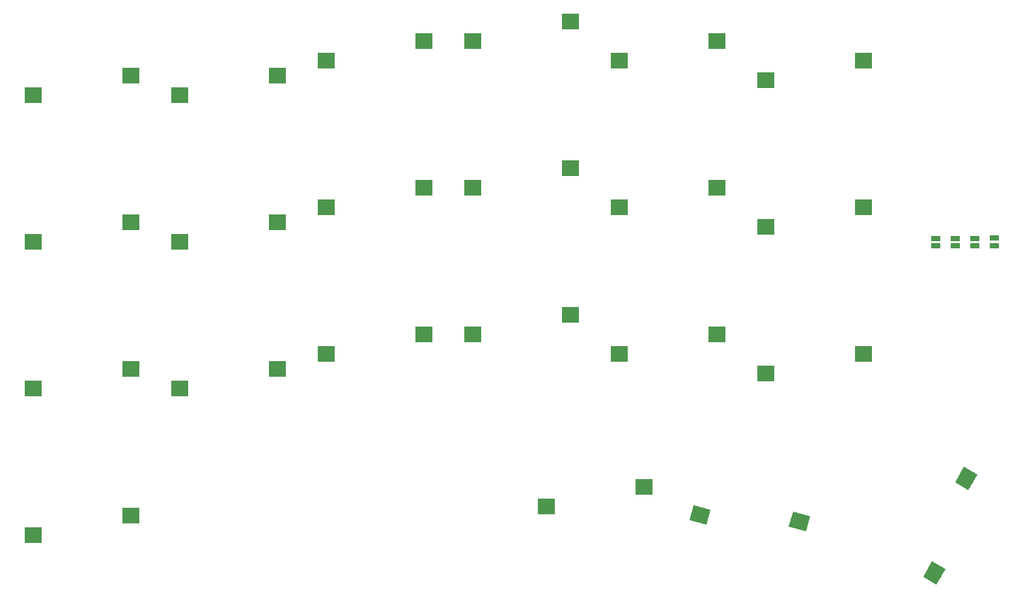
<source format=gbp>
G04 #@! TF.GenerationSoftware,KiCad,Pcbnew,(5.1.0)-1*
G04 #@! TF.CreationDate,2019-06-07T23:15:03+02:00*
G04 #@! TF.ProjectId,prkbd,70726b62-642e-46b6-9963-61645f706362,1*
G04 #@! TF.SameCoordinates,Original*
G04 #@! TF.FileFunction,Paste,Bot*
G04 #@! TF.FilePolarity,Positive*
%FSLAX46Y46*%
G04 Gerber Fmt 4.6, Leading zero omitted, Abs format (unit mm)*
G04 Created by KiCad (PCBNEW (5.1.0)-1) date 2019-06-07 23:15:03*
%MOMM*%
%LPD*%
G04 APERTURE LIST*
%ADD10R,2.300000X2.000000*%
%ADD11R,1.143000X0.635000*%
%ADD12C,2.000000*%
%ADD13C,0.100000*%
G04 APERTURE END LIST*
D10*
X163210000Y-77510000D03*
X175910000Y-74970000D03*
X80660000Y-95925000D03*
X67960000Y-98465000D03*
D11*
X192958172Y-98006640D03*
X192958172Y-99007400D03*
X190411377Y-99021249D03*
X190411377Y-98020489D03*
X187871377Y-98020489D03*
X187871377Y-99021249D03*
X185331377Y-99021249D03*
X185331377Y-98020489D03*
D10*
X80660000Y-76875000D03*
X67960000Y-79415000D03*
X99710000Y-76875000D03*
X87010000Y-79415000D03*
X118760000Y-72430000D03*
X106060000Y-74970000D03*
X125110000Y-72430000D03*
X137810000Y-69890000D03*
X156860000Y-72430000D03*
X144160000Y-74970000D03*
X99710000Y-95925000D03*
X87010000Y-98465000D03*
X106060000Y-94020000D03*
X118760000Y-91480000D03*
X137810000Y-88940000D03*
X125110000Y-91480000D03*
X156860000Y-91480000D03*
X144160000Y-94020000D03*
X163210000Y-96560000D03*
X175910000Y-94020000D03*
X80660000Y-114975000D03*
X67960000Y-117515000D03*
X99710000Y-114975000D03*
X87010000Y-117515000D03*
X118760000Y-110530000D03*
X106060000Y-113070000D03*
X125110000Y-110530000D03*
X137810000Y-107990000D03*
X144160000Y-113070000D03*
X156860000Y-110530000D03*
X163210000Y-115610000D03*
X175910000Y-113070000D03*
X67960000Y-136565000D03*
X80660000Y-134025000D03*
X134635000Y-132820000D03*
X147335000Y-130280000D03*
D12*
X167583728Y-134803822D03*
D13*
G36*
X166214094Y-135472106D02*
G01*
X166731732Y-133540254D01*
X168953362Y-134135538D01*
X168435724Y-136067390D01*
X166214094Y-135472106D01*
X166214094Y-135472106D01*
G37*
D12*
X154659069Y-133970272D03*
D13*
G36*
X153289435Y-134638556D02*
G01*
X153807073Y-132706704D01*
X156028703Y-133301988D01*
X155511065Y-135233840D01*
X153289435Y-134638556D01*
X153289435Y-134638556D01*
G37*
D12*
X185099050Y-141481345D03*
D13*
G36*
X185390075Y-142977274D02*
G01*
X183658025Y-141977274D01*
X184808025Y-139985416D01*
X186540075Y-140985416D01*
X185390075Y-142977274D01*
X185390075Y-142977274D01*
G37*
D12*
X189249346Y-129212822D03*
D13*
G36*
X189540371Y-130708751D02*
G01*
X187808321Y-129708751D01*
X188958321Y-127716893D01*
X190690371Y-128716893D01*
X189540371Y-130708751D01*
X189540371Y-130708751D01*
G37*
M02*

</source>
